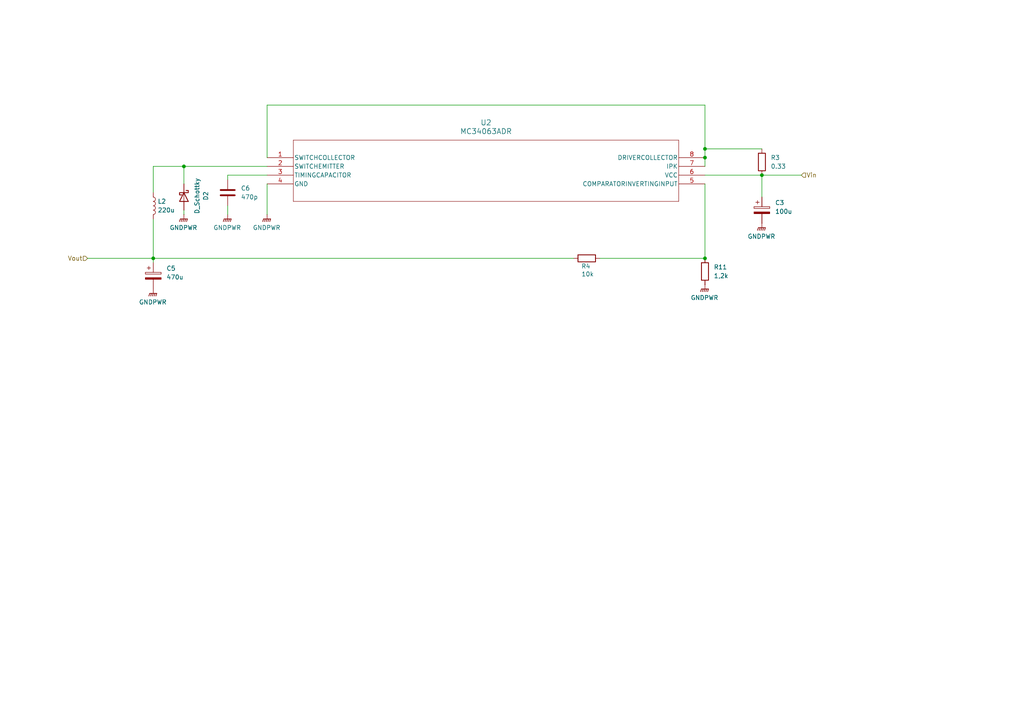
<source format=kicad_sch>
(kicad_sch (version 20231120) (generator "eeschema") (generator_version "8.0")
  (paper "A4")
  (lib_symbols
    (symbol "2024-10-05_17-09-00:MC34063ADR" (pin_names (offset 0.254))
      (property "Reference" "U" (at 63.5 10.16 0))
      (property "Value" "MC34063ADR" (at 63.5 7.62 0))
      (symbol "MC34063ADR_0_1"
        (polyline (pts (xy 7.62 -12.7) (xy 119.38 -12.7)) (stroke (width 0.127)))
        (polyline (pts (xy 7.62 5.08) (xy 7.62 -12.7)) (stroke (width 0.127)))
        (polyline (pts (xy 119.38 -12.7) (xy 119.38 5.08)) (stroke (width 0.127)))
        (polyline (pts (xy 119.38 5.08) (xy 7.62 5.08)) (stroke (width 0.127)))
        (pin unspecified line (at 0 0 0) (length 7.62) (name "SWITCHCOLLECTOR") (number "1"))
        (pin unspecified line (at 0 -2.54 0) (length 7.62) (name "SWITCHEMITTER") (number "2"))
        (pin unspecified line (at 0 -5.08 0) (length 7.62) (name "TIMINGCAPACITOR") (number "3"))
        (pin power_in line (at 0 -7.62 0) (length 7.62) (name "GND") (number "4"))
        (pin unspecified line (at 127 -7.62 180) (length 7.62) (name "COMPARATORINVERTINGINPUT") (number "5"))
        (pin power_in line (at 127 -5.08 180) (length 7.62) (name "VCC") (number "6"))
        (pin unspecified line (at 127 -2.54 180) (length 7.62) (name "IPK") (number "7"))
        (pin unspecified line (at 127 0 180) (length 7.62) (name "DRIVERCOLLECTOR") (number "8"))
      )
    )
    (symbol "Device:C" (pin_numbers hide) (pin_names (offset 0.254))
      (property "Reference" "C" (at 0.635 2.54 0))
      (property "Value" "C" (at 0.635 -2.54 0))
      (symbol "C_0_1"
        (polyline (pts (xy -2.032 -0.762) (xy 2.032 -0.762)) (stroke (width 0.508)))
        (polyline (pts (xy -2.032 0.762) (xy 2.032 0.762)) (stroke (width 0.508)))
      )
      (symbol "C_1_1"
        (pin passive line (at 0 3.81 270) (length 2.794) (name "~") (number "1"))
        (pin passive line (at 0 -3.81 90) (length 2.794) (name "~") (number "2"))
      )
    )
    (symbol "Device:C_Polarized" (pin_numbers hide) (pin_names (offset 0.254))
      (property "Reference" "C" (at 0.635 2.54 0))
      (property "Value" "C_Polarized" (at 0.635 -2.54 0))
      (symbol "C_Polarized_0_1"
        (rectangle (start -2.286 0.508) (end 2.286 1.016))
        (polyline (pts (xy -1.778 2.286) (xy -0.762 2.286)))
        (polyline (pts (xy -1.27 2.794) (xy -1.27 1.778)))
        (rectangle (start 2.286 -0.508) (end -2.286 -1.016) (fill (type outline)))
      )
      (symbol "C_Polarized_1_1"
        (pin passive line (at 0 3.81 270) (length 2.794) (name "~") (number "1"))
        (pin passive line (at 0 -3.81 90) (length 2.794) (name "~") (number "2"))
      )
    )
    (symbol "Device:D_Schottky" (pin_numbers hide) (pin_names (offset 1.016) hide)
      (property "Reference" "D" (at 0 2.54 0))
      (property "Value" "D_Schottky" (at 0 -2.54 0))
      (symbol "D_Schottky_0_1"
        (polyline (pts (xy 1.27 0) (xy -1.27 0)))
        (polyline (pts (xy 1.27 1.27) (xy 1.27 -1.27) (xy -1.27 0) (xy 1.27 1.27)) (stroke (width 0.254)))
        (polyline (pts (xy -1.905 0.635) (xy -1.905 1.27) (xy -1.27 1.27) (xy -1.27 -1.27) (xy -0.635 -1.27) (xy -0.635 -0.635)) (stroke (width 0.254)))
      )
      (symbol "D_Schottky_1_1"
        (pin passive line (at -3.81 0 0) (length 2.54) (name "K") (number "1"))
        (pin passive line (at 3.81 0 180) (length 2.54) (name "A") (number "2"))
      )
    )
    (symbol "Device:L" (pin_numbers hide) (pin_names (offset 1.016) hide)
      (property "Reference" "L" (at -1.27 0 90))
      (property "Value" "L" (at 1.905 0 90))
      (symbol "L_0_1"
        (arc (start 0 -2.54) (mid 0.6323 -1.905) (end 0 -1.27))
        (arc (start 0 -1.27) (mid 0.6323 -0.635) (end 0 0))
        (arc (start 0 0) (mid 0.6323 0.635) (end 0 1.27))
        (arc (start 0 1.27) (mid 0.6323 1.905) (end 0 2.54))
      )
      (symbol "L_1_1"
        (pin passive line (at 0 3.81 270) (length 1.27) (name "1") (number "1"))
        (pin passive line (at 0 -3.81 90) (length 1.27) (name "2") (number "2"))
      )
    )
    (symbol "Device:R" (pin_numbers hide) (pin_names (offset 0))
      (property "Reference" "R" (at 2.032 0 90))
      (property "Value" "R" (at 0 0 90))
      (symbol "R_0_1"
        (rectangle (start -1.016 -2.54) (end 1.016 2.54) (stroke (width 0.254)))
      )
      (symbol "R_1_1"
        (pin passive line (at 0 3.81 270) (length 1.27) (name "~") (number "1"))
        (pin passive line (at 0 -3.81 90) (length 1.27) (name "~") (number "2"))
      )
    )
    (symbol "power:GNDPWR" (power) (pin_numbers hide) (pin_names (offset 0) hide)
      (property "Value" "GNDPWR" (at 0 -3.302 0))
      (symbol "GNDPWR_0_1"
        (polyline (pts (xy 0 -1.27) (xy 0 0)))
        (polyline (pts (xy -1.016 -1.27) (xy -1.27 -2.032) (xy -1.27 -2.032)) (stroke (width 0.2032)))
        (polyline (pts (xy -0.508 -1.27) (xy -0.762 -2.032) (xy -0.762 -2.032)) (stroke (width 0.2032)))
        (polyline (pts (xy 0 -1.27) (xy -0.254 -2.032) (xy -0.254 -2.032)) (stroke (width 0.2032)))
        (polyline (pts (xy 0.508 -1.27) (xy 0.254 -2.032) (xy 0.254 -2.032)) (stroke (width 0.2032)))
        (polyline (pts (xy 1.016 -1.27) (xy -1.016 -1.27) (xy -1.016 -1.27)) (stroke (width 0.2032)))
        (polyline (pts (xy 1.016 -1.27) (xy 0.762 -2.032) (xy 0.762 -2.032) (xy 0.762 -2.032)) (stroke (width 0.2032)))
      )
      (symbol "GNDPWR_1_1"
        (pin power_in line (at 0 0 270) (length 0) (name "~") (number "1"))
      )
    )
  )
  (junction (at 220.98 50.8))
  (junction (at 204.47 43.18))
  (junction (at 44.45 74.93))
  (junction (at 53.34 48.26))
  (junction (at 204.47 74.93))
  (junction (at 204.47 45.72))
  (wire (pts (xy 204.47 45.72) (xy 204.47 43.18)))
  (wire (pts (xy 173.99 74.93) (xy 204.47 74.93)))
  (wire (pts (xy 44.45 48.26) (xy 53.34 48.26)))
  (wire (pts (xy 204.47 53.34) (xy 204.47 74.93)))
  (wire (pts (xy 66.04 50.8) (xy 77.47 50.8)))
  (wire (pts (xy 77.47 30.48) (xy 77.47 45.72)))
  (wire (pts (xy 204.47 50.8) (xy 220.98 50.8)))
  (wire (pts (xy 66.04 52.07) (xy 66.04 50.8)))
  (wire (pts (xy 53.34 60.96) (xy 53.34 62.23)))
  (wire (pts (xy 204.47 30.48) (xy 77.47 30.48)))
  (wire (pts (xy 53.34 53.34) (xy 53.34 48.26)))
  (wire (pts (xy 44.45 76.2) (xy 44.45 74.93)))
  (wire (pts (xy 53.34 48.26) (xy 77.47 48.26)))
  (wire (pts (xy 44.45 74.93) (xy 166.37 74.93)))
  (wire (pts (xy 204.47 43.18) (xy 220.98 43.18)))
  (wire (pts (xy 204.47 45.72) (xy 204.47 48.26)))
  (wire (pts (xy 220.98 50.8) (xy 220.98 57.15)))
  (wire (pts (xy 204.47 43.18) (xy 204.47 30.48)))
  (wire (pts (xy 25.4 74.93) (xy 44.45 74.93)))
  (wire (pts (xy 44.45 55.88) (xy 44.45 48.26)))
  (wire (pts (xy 77.47 53.34) (xy 77.47 62.23)))
  (wire (pts (xy 220.98 50.8) (xy 232.41 50.8)))
  (wire (pts (xy 44.45 63.5) (xy 44.45 74.93)))
  (wire (pts (xy 66.04 62.23) (xy 66.04 59.69)))
  (hierarchical_label "Vout" (shape input) (at 25.4 74.93 180))
  (hierarchical_label "Vin" (shape input) (at 232.41 50.8 0))
  (symbol (lib_id "power:GNDPWR") (at 220.98 64.77 0) (unit 1)
    (property "Reference" "#PWR012" (effects (hide yes)))
    (property "Value" "GNDPWR" (at 220.853 68.58 0))
    (property "Description" "Power symbol creates a global label with name \"GNDPWR\" , global ground" (effects (hide yes)))
  )
  (symbol (lib_id "power:GNDPWR") (at 53.34 62.23 0) (unit 1)
    (property "Reference" "#PWR018" (effects (hide yes)))
    (property "Value" "GNDPWR" (at 53.213 66.04 0))
    (property "Description" "Power symbol creates a global label with name \"GNDPWR\" , global ground" (effects (hide yes)))
  )
  (symbol (lib_id "Device:C") (at 66.04 55.88 0) (unit 1)
    (property "Reference" "C6" (at 69.85 54.6099 0) (effects (justify left)))
    (property "Value" "470p" (at 69.85 57.1499 0) (effects (justify left)))
    (property "Footprint" "Capacitor_SMD:C_0201_0603Metric_Pad0.64x0.40mm_HandSolder" (effects (hide yes)))
    (property "Description" "Unpolarized capacitor" (effects (hide yes)))
  )
  (symbol (lib_id "Device:R") (at 170.18 74.93 90) (unit 1)
    (property "Reference" "R4" (at 169.926 77.216 90))
    (property "Value" "10k" (at 170.434 79.502 90))
    (property "Footprint" "Resistor_SMD:R_0201_0603Metric_Pad0.64x0.40mm_HandSolder" (effects (hide yes)))
    (property "Description" "Resistor" (effects (hide yes)))
  )
  (symbol (lib_id "2024-10-05_17-09-00:MC34063ADR") (at 77.47 45.72 0) (unit 1)
    (property "Reference" "U2" (at 140.97 35.56 0) (effects (font (size 1.524 1.524))))
    (property "Value" "MC34063ADR" (at 140.97 38.1 0) (effects (font (size 1.524 1.524))))
    (property "Footprint" "Package_SO:SOIC-8_3.9x4.9mm_P1.27mm" (effects (hide yes)))
    (property "Datasheet" "MC34063ADR" (effects (hide yes)))
  )
  (symbol (lib_id "power:GNDPWR") (at 66.04 62.23 0) (unit 1)
    (property "Reference" "#PWR017" (effects (hide yes)))
    (property "Value" "GNDPWR" (at 65.913 66.04 0))
    (property "Description" "Power symbol creates a global label with name \"GNDPWR\" , global ground" (effects (hide yes)))
  )
  (symbol (lib_id "Device:C_Polarized") (at 44.45 80.01 0) (unit 1)
    (property "Reference" "C5" (at 48.26 77.8509 0) (effects (justify left)))
    (property "Value" "470u" (at 48.26 80.3909 0) (effects (justify left)))
    (property "Footprint" "Capacitor_SMD:C_Elec_10x10.2" (effects (hide yes)))
    (property "Description" "Polarized capacitor" (effects (hide yes)))
  )
  (symbol (lib_id "Device:R") (at 204.47 78.74 0) (unit 1)
    (property "Reference" "R11" (at 207.01 77.4699 0) (effects (justify left)))
    (property "Value" "1,2k" (at 207.01 80.0099 0) (effects (justify left)))
    (property "Footprint" "Resistor_SMD:R_0201_0603Metric_Pad0.64x0.40mm_HandSolder" (effects (hide yes)))
    (property "Description" "Resistor" (effects (hide yes)))
  )
  (symbol (lib_id "Device:D_Schottky") (at 53.34 57.15 270) (unit 1)
    (property "Reference" "D2" (at 59.69 56.8325 0))
    (property "Value" "D_Schottky" (at 57.15 56.8325 0))
    (property "Footprint" "Diode_SMD:D_SOD-123F" (effects (hide yes)))
    (property "Description" "Schottky diode" (effects (hide yes)))
  )
  (symbol (lib_id "Device:R") (at 220.98 46.99 0) (unit 1)
    (property "Reference" "R3" (at 223.52 45.7199 0) (effects (justify left)))
    (property "Value" "0.33" (at 223.52 48.2599 0) (effects (justify left)))
    (property "Footprint" "Resistor_SMD:R_0201_0603Metric_Pad0.64x0.40mm_HandSolder" (effects (hide yes)))
    (property "Description" "Resistor" (effects (hide yes)))
  )
  (symbol (lib_id "Device:C_Polarized") (at 220.98 60.96 0) (unit 1)
    (property "Reference" "C3" (at 224.79 58.8009 0) (effects (justify left)))
    (property "Value" "100u" (at 224.79 61.3409 0) (effects (justify left)))
    (property "Footprint" "Capacitor_SMD:C_Elec_6.3x7.7" (effects (hide yes)))
    (property "Description" "Polarized capacitor" (effects (hide yes)))
  )
  (symbol (lib_id "power:GNDPWR") (at 44.45 83.82 0) (unit 1)
    (property "Reference" "#PWR014" (effects (hide yes)))
    (property "Value" "GNDPWR" (at 44.323 87.63 0))
    (property "Description" "Power symbol creates a global label with name \"GNDPWR\" , global ground" (effects (hide yes)))
  )
  (symbol (lib_id "Device:L") (at 44.45 59.69 0) (unit 1)
    (property "Reference" "L2" (at 45.72 58.4199 0) (effects (justify left)))
    (property "Value" "220u" (at 45.72 60.9599 0) (effects (justify left)))
    (property "Footprint" "Inductor_SMD:L_Bourns_SRR1208_12.7x12.7mm" (effects (hide yes)))
    (property "Description" "Inductor" (effects (hide yes)))
  )
  (symbol (lib_id "power:GNDPWR") (at 204.47 82.55 0) (unit 1)
    (property "Reference" "#PWR015" (effects (hide yes)))
    (property "Value" "GNDPWR" (at 204.343 86.36 0))
    (property "Description" "Power symbol creates a global label with name \"GNDPWR\" , global ground" (effects (hide yes)))
  )
  (symbol (lib_id "power:GNDPWR") (at 77.47 62.23 0) (unit 1)
    (property "Reference" "#PWR016" (effects (hide yes)))
    (property "Value" "GNDPWR" (at 77.343 66.04 0))
    (property "Description" "Power symbol creates a global label with name \"GNDPWR\" , global ground" (effects (hide yes)))
  )
)
</source>
